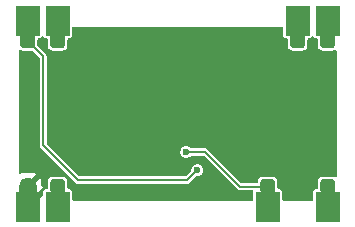
<source format=gbl>
G04 #@! TF.GenerationSoftware,KiCad,Pcbnew,9.0.1+1*
G04 #@! TF.CreationDate,2025-11-11T14:39:40+00:00*
G04 #@! TF.ProjectId,high-efficiency_dc-dc_converter,68696768-2d65-4666-9669-6369656e6379,rev?*
G04 #@! TF.SameCoordinates,Original*
G04 #@! TF.FileFunction,Copper,L2,Bot*
G04 #@! TF.FilePolarity,Positive*
%FSLAX46Y46*%
G04 Gerber Fmt 4.6, Leading zero omitted, Abs format (unit mm)*
G04 Created by KiCad (PCBNEW 9.0.1+1) date 2025-11-11 14:39:40*
%MOMM*%
%LPD*%
G01*
G04 APERTURE LIST*
G04 #@! TA.AperFunction,CastellatedPad*
%ADD10R,2.000000X2.540000*%
G04 #@! TD*
G04 #@! TA.AperFunction,ViaPad*
%ADD11C,0.600000*%
G04 #@! TD*
G04 #@! TA.AperFunction,Conductor*
%ADD12C,1.500000*%
G04 #@! TD*
G04 #@! TA.AperFunction,Conductor*
%ADD13C,0.200000*%
G04 #@! TD*
G04 APERTURE END LIST*
D10*
X76200000Y-48655000D03*
G04 #@! TA.AperFunction,ComponentPad*
G36*
G01*
X75825000Y-46330000D02*
X76575000Y-46330000D01*
G75*
G02*
X76825000Y-46580000I0J-250000D01*
G01*
X76825000Y-47330000D01*
G75*
G02*
X76575000Y-47580000I-250000J0D01*
G01*
X75825000Y-47580000D01*
G75*
G02*
X75575000Y-47330000I0J250000D01*
G01*
X75575000Y-46580000D01*
G75*
G02*
X75825000Y-46330000I250000J0D01*
G01*
G37*
G04 #@! TD.AperFunction*
X71120000Y-48655000D03*
G04 #@! TA.AperFunction,ComponentPad*
G36*
G01*
X70745000Y-46330000D02*
X71495000Y-46330000D01*
G75*
G02*
X71745000Y-46580000I0J-250000D01*
G01*
X71745000Y-47330000D01*
G75*
G02*
X71495000Y-47580000I-250000J0D01*
G01*
X70745000Y-47580000D01*
G75*
G02*
X70495000Y-47330000I0J250000D01*
G01*
X70495000Y-46580000D01*
G75*
G02*
X70745000Y-46330000I250000J0D01*
G01*
G37*
G04 #@! TD.AperFunction*
X53340000Y-48655000D03*
G04 #@! TA.AperFunction,ComponentPad*
G36*
G01*
X52965000Y-46330000D02*
X53715000Y-46330000D01*
G75*
G02*
X53965000Y-46580000I0J-250000D01*
G01*
X53965000Y-47330000D01*
G75*
G02*
X53715000Y-47580000I-250000J0D01*
G01*
X52965000Y-47580000D01*
G75*
G02*
X52715000Y-47330000I0J250000D01*
G01*
X52715000Y-46580000D01*
G75*
G02*
X52965000Y-46330000I250000J0D01*
G01*
G37*
G04 #@! TD.AperFunction*
X50800000Y-48655000D03*
G04 #@! TA.AperFunction,ComponentPad*
G36*
G01*
X50425000Y-46330000D02*
X51175000Y-46330000D01*
G75*
G02*
X51425000Y-46580000I0J-250000D01*
G01*
X51425000Y-47330000D01*
G75*
G02*
X51175000Y-47580000I-250000J0D01*
G01*
X50425000Y-47580000D01*
G75*
G02*
X50175000Y-47330000I0J250000D01*
G01*
X50175000Y-46580000D01*
G75*
G02*
X50425000Y-46330000I250000J0D01*
G01*
G37*
G04 #@! TD.AperFunction*
G04 #@! TA.AperFunction,ComponentPad*
G36*
G01*
X75825000Y-33990000D02*
X76575000Y-33990000D01*
G75*
G02*
X76825000Y-34240000I0J-250000D01*
G01*
X76825000Y-34990000D01*
G75*
G02*
X76575000Y-35240000I-250000J0D01*
G01*
X75825000Y-35240000D01*
G75*
G02*
X75575000Y-34990000I0J250000D01*
G01*
X75575000Y-34240000D01*
G75*
G02*
X75825000Y-33990000I250000J0D01*
G01*
G37*
G04 #@! TD.AperFunction*
X76200000Y-32915000D03*
G04 #@! TA.AperFunction,ComponentPad*
G36*
G01*
X73285000Y-33990000D02*
X74035000Y-33990000D01*
G75*
G02*
X74285000Y-34240000I0J-250000D01*
G01*
X74285000Y-34990000D01*
G75*
G02*
X74035000Y-35240000I-250000J0D01*
G01*
X73285000Y-35240000D01*
G75*
G02*
X73035000Y-34990000I0J250000D01*
G01*
X73035000Y-34240000D01*
G75*
G02*
X73285000Y-33990000I250000J0D01*
G01*
G37*
G04 #@! TD.AperFunction*
X73660000Y-32915000D03*
G04 #@! TA.AperFunction,ComponentPad*
G36*
G01*
X52965000Y-33990000D02*
X53715000Y-33990000D01*
G75*
G02*
X53965000Y-34240000I0J-250000D01*
G01*
X53965000Y-34990000D01*
G75*
G02*
X53715000Y-35240000I-250000J0D01*
G01*
X52965000Y-35240000D01*
G75*
G02*
X52715000Y-34990000I0J250000D01*
G01*
X52715000Y-34240000D01*
G75*
G02*
X52965000Y-33990000I250000J0D01*
G01*
G37*
G04 #@! TD.AperFunction*
X53340000Y-32915000D03*
G04 #@! TA.AperFunction,ComponentPad*
G36*
G01*
X50425000Y-33990000D02*
X51175000Y-33990000D01*
G75*
G02*
X51425000Y-34240000I0J-250000D01*
G01*
X51425000Y-34990000D01*
G75*
G02*
X51175000Y-35240000I-250000J0D01*
G01*
X50425000Y-35240000D01*
G75*
G02*
X50175000Y-34990000I0J250000D01*
G01*
X50175000Y-34240000D01*
G75*
G02*
X50425000Y-33990000I250000J0D01*
G01*
G37*
G04 #@! TD.AperFunction*
X50800000Y-32915000D03*
D11*
X69580000Y-46200000D03*
X57430000Y-42865000D03*
X65390000Y-40410000D03*
X61595000Y-39370000D03*
X72450000Y-46560000D03*
X76350000Y-45530000D03*
X55080000Y-47020000D03*
X61595000Y-40640000D03*
X62230000Y-40005000D03*
X62865000Y-39370000D03*
X65080000Y-39550000D03*
X54250000Y-36010000D03*
X66040000Y-38100000D03*
X60890000Y-44540000D03*
X68690000Y-42190000D03*
X54480000Y-41130000D03*
X64130000Y-35120000D03*
X73025000Y-39370000D03*
X71810000Y-34550000D03*
X66070000Y-42250000D03*
X55680000Y-42840000D03*
X62865000Y-40640000D03*
X74900000Y-35860000D03*
X57270000Y-36330000D03*
X73660000Y-42545000D03*
X63290000Y-43540000D03*
X69850000Y-36195000D03*
X59330000Y-40040000D03*
X72200000Y-35360000D03*
X65150000Y-45570000D03*
X64220000Y-44030000D03*
D12*
X50800000Y-47762233D02*
X50800000Y-46990000D01*
D13*
X54620000Y-45970000D02*
X54620000Y-45960000D01*
X65150000Y-45570000D02*
X64320000Y-46400000D01*
X52105000Y-35920000D02*
X50800000Y-34615000D01*
X55050000Y-46400000D02*
X54620000Y-45970000D01*
X64320000Y-46400000D02*
X55050000Y-46400000D01*
X54620000Y-45960000D02*
X52105000Y-43445000D01*
X52105000Y-43445000D02*
X52105000Y-35920000D01*
X64220000Y-44030000D02*
X65830000Y-44030000D01*
X68755000Y-46955000D02*
X71120000Y-46955000D01*
X65830000Y-44030000D02*
X68755000Y-46955000D01*
G04 #@! TA.AperFunction,Conductor*
G36*
X72402539Y-33435185D02*
G01*
X72448294Y-33487989D01*
X72459500Y-33539500D01*
X72459500Y-34204752D01*
X72471131Y-34263229D01*
X72471132Y-34263230D01*
X72515447Y-34329552D01*
X72581769Y-34373867D01*
X72581770Y-34373868D01*
X72640247Y-34385499D01*
X72640250Y-34385500D01*
X72640252Y-34385500D01*
X72710500Y-34385500D01*
X72777539Y-34405185D01*
X72823294Y-34457989D01*
X72834500Y-34509500D01*
X72834500Y-35044269D01*
X72837353Y-35074699D01*
X72837353Y-35074701D01*
X72882206Y-35202880D01*
X72882207Y-35202882D01*
X72962850Y-35312150D01*
X73072118Y-35392793D01*
X73105123Y-35404342D01*
X73200299Y-35437646D01*
X73230730Y-35440500D01*
X73230734Y-35440500D01*
X74089270Y-35440500D01*
X74119699Y-35437646D01*
X74119701Y-35437646D01*
X74183790Y-35415219D01*
X74247882Y-35392793D01*
X74357150Y-35312150D01*
X74437793Y-35202882D01*
X74460219Y-35138790D01*
X74482646Y-35074701D01*
X74482646Y-35074699D01*
X74485500Y-35044269D01*
X74485500Y-34509500D01*
X74505185Y-34442461D01*
X74557989Y-34396706D01*
X74609500Y-34385500D01*
X74679750Y-34385500D01*
X74679751Y-34385499D01*
X74694568Y-34382552D01*
X74738229Y-34373868D01*
X74738229Y-34373867D01*
X74738231Y-34373867D01*
X74804552Y-34329552D01*
X74826898Y-34296108D01*
X74880510Y-34251304D01*
X74949834Y-34242597D01*
X75012862Y-34272751D01*
X75033100Y-34296106D01*
X75055448Y-34329552D01*
X75121769Y-34373867D01*
X75121770Y-34373868D01*
X75180247Y-34385499D01*
X75180250Y-34385500D01*
X75180252Y-34385500D01*
X75250500Y-34385500D01*
X75317539Y-34405185D01*
X75363294Y-34457989D01*
X75374500Y-34509500D01*
X75374500Y-35044269D01*
X75377353Y-35074699D01*
X75377353Y-35074701D01*
X75422206Y-35202880D01*
X75422207Y-35202882D01*
X75502850Y-35312150D01*
X75612118Y-35392793D01*
X75645123Y-35404342D01*
X75740299Y-35437646D01*
X75770730Y-35440500D01*
X75770734Y-35440500D01*
X76629270Y-35440500D01*
X76659699Y-35437646D01*
X76659701Y-35437646D01*
X76759970Y-35402559D01*
X76787882Y-35392793D01*
X76787882Y-35392792D01*
X76796652Y-35389724D01*
X76797106Y-35391022D01*
X76856022Y-35379040D01*
X76921149Y-35404342D01*
X76962259Y-35460839D01*
X76969500Y-35502593D01*
X76969500Y-46067406D01*
X76949815Y-46134445D01*
X76897011Y-46180200D01*
X76827853Y-46190144D01*
X76796740Y-46180024D01*
X76796652Y-46180276D01*
X76659700Y-46132353D01*
X76629270Y-46129500D01*
X76629266Y-46129500D01*
X75770734Y-46129500D01*
X75770730Y-46129500D01*
X75740300Y-46132353D01*
X75740298Y-46132353D01*
X75612119Y-46177206D01*
X75612117Y-46177207D01*
X75502850Y-46257850D01*
X75422207Y-46367117D01*
X75422206Y-46367119D01*
X75377353Y-46495298D01*
X75377353Y-46495300D01*
X75374500Y-46525730D01*
X75374500Y-47060500D01*
X75354815Y-47127539D01*
X75302011Y-47173294D01*
X75250500Y-47184500D01*
X75180247Y-47184500D01*
X75121770Y-47196131D01*
X75121769Y-47196132D01*
X75055447Y-47240447D01*
X75011132Y-47306769D01*
X75011131Y-47306770D01*
X74999500Y-47365247D01*
X74999500Y-48030500D01*
X74979815Y-48097539D01*
X74927011Y-48143294D01*
X74875500Y-48154500D01*
X72444500Y-48154500D01*
X72377461Y-48134815D01*
X72331706Y-48082011D01*
X72320500Y-48030500D01*
X72320500Y-47365249D01*
X72320499Y-47365247D01*
X72308868Y-47306770D01*
X72308867Y-47306769D01*
X72264552Y-47240447D01*
X72198230Y-47196132D01*
X72198229Y-47196131D01*
X72139752Y-47184500D01*
X72139748Y-47184500D01*
X72069500Y-47184500D01*
X72002461Y-47164815D01*
X71956706Y-47112011D01*
X71945500Y-47060500D01*
X71945500Y-46525730D01*
X71942646Y-46495300D01*
X71942646Y-46495298D01*
X71897793Y-46367119D01*
X71897792Y-46367117D01*
X71817150Y-46257850D01*
X71707882Y-46177207D01*
X71707880Y-46177206D01*
X71579700Y-46132353D01*
X71549270Y-46129500D01*
X71549266Y-46129500D01*
X70690734Y-46129500D01*
X70690730Y-46129500D01*
X70660300Y-46132353D01*
X70660298Y-46132353D01*
X70532119Y-46177206D01*
X70532117Y-46177207D01*
X70422850Y-46257850D01*
X70342207Y-46367117D01*
X70342206Y-46367119D01*
X70297353Y-46495298D01*
X70297353Y-46495300D01*
X70294500Y-46525730D01*
X70294500Y-46530500D01*
X70274815Y-46597539D01*
X70222011Y-46643294D01*
X70170500Y-46654500D01*
X68930833Y-46654500D01*
X68863794Y-46634815D01*
X68843152Y-46618181D01*
X66014512Y-43789541D01*
X66014507Y-43789537D01*
X66005065Y-43784086D01*
X66005064Y-43784086D01*
X65945991Y-43749980D01*
X65945990Y-43749979D01*
X65920513Y-43743152D01*
X65869562Y-43729500D01*
X65869560Y-43729500D01*
X64678676Y-43729500D01*
X64611637Y-43709815D01*
X64590995Y-43693181D01*
X64527316Y-43629502D01*
X64527314Y-43629500D01*
X64470250Y-43596554D01*
X64413187Y-43563608D01*
X64349539Y-43546554D01*
X64285892Y-43529500D01*
X64154108Y-43529500D01*
X64026812Y-43563608D01*
X63912686Y-43629500D01*
X63912683Y-43629502D01*
X63819502Y-43722683D01*
X63819500Y-43722686D01*
X63753608Y-43836812D01*
X63719500Y-43964108D01*
X63719500Y-44095891D01*
X63753608Y-44223187D01*
X63786554Y-44280250D01*
X63819500Y-44337314D01*
X63912686Y-44430500D01*
X64026814Y-44496392D01*
X64154108Y-44530500D01*
X64154110Y-44530500D01*
X64285890Y-44530500D01*
X64285892Y-44530500D01*
X64413186Y-44496392D01*
X64527314Y-44430500D01*
X64590995Y-44366819D01*
X64652318Y-44333334D01*
X64678676Y-44330500D01*
X65654167Y-44330500D01*
X65721206Y-44350185D01*
X65741848Y-44366819D01*
X68570489Y-47195460D01*
X68629829Y-47229720D01*
X68634302Y-47232303D01*
X68639012Y-47235022D01*
X68715438Y-47255500D01*
X69795500Y-47255500D01*
X69862539Y-47275185D01*
X69908294Y-47327989D01*
X69919500Y-47379500D01*
X69919500Y-48030500D01*
X69899815Y-48097539D01*
X69847011Y-48143294D01*
X69795500Y-48154500D01*
X54664500Y-48154500D01*
X54597461Y-48134815D01*
X54551706Y-48082011D01*
X54540500Y-48030500D01*
X54540500Y-47365249D01*
X54540499Y-47365247D01*
X54528868Y-47306770D01*
X54528867Y-47306769D01*
X54484552Y-47240447D01*
X54418230Y-47196132D01*
X54418229Y-47196131D01*
X54359752Y-47184500D01*
X54359748Y-47184500D01*
X54289500Y-47184500D01*
X54222461Y-47164815D01*
X54176706Y-47112011D01*
X54165500Y-47060500D01*
X54165500Y-46525730D01*
X54162646Y-46495300D01*
X54162646Y-46495298D01*
X54117793Y-46367119D01*
X54117792Y-46367117D01*
X54037150Y-46257850D01*
X53927882Y-46177207D01*
X53927880Y-46177206D01*
X53799700Y-46132353D01*
X53769270Y-46129500D01*
X53769266Y-46129500D01*
X52910734Y-46129500D01*
X52910730Y-46129500D01*
X52880300Y-46132353D01*
X52880298Y-46132353D01*
X52752119Y-46177206D01*
X52752117Y-46177207D01*
X52642850Y-46257850D01*
X52562207Y-46367117D01*
X52562206Y-46367119D01*
X52517353Y-46495298D01*
X52517353Y-46495300D01*
X52514500Y-46525730D01*
X52514500Y-47060500D01*
X52494815Y-47127539D01*
X52442011Y-47173294D01*
X52417831Y-47181450D01*
X52404334Y-47184500D01*
X52320252Y-47184500D01*
X52261769Y-47196133D01*
X52215226Y-47227232D01*
X52192787Y-47232303D01*
X52183488Y-47231713D01*
X52175185Y-47269883D01*
X52169456Y-47279346D01*
X52151132Y-47306770D01*
X52151131Y-47306770D01*
X52139500Y-47365247D01*
X52139500Y-47617690D01*
X52119815Y-47684729D01*
X52103181Y-47705371D01*
X51690371Y-48118181D01*
X51629048Y-48151666D01*
X51602690Y-48154500D01*
X51508034Y-48154500D01*
X51464641Y-48049742D01*
X51382563Y-47926903D01*
X51278553Y-47822893D01*
X51978672Y-47122775D01*
X52039995Y-47089290D01*
X52045139Y-47089657D01*
X52051496Y-47075052D01*
X52056150Y-47052803D01*
X52065173Y-47043633D01*
X52070309Y-47031835D01*
X52077775Y-47023671D01*
X52109405Y-46992040D01*
X52042088Y-46941647D01*
X52005664Y-46928061D01*
X51949731Y-46886190D01*
X51925315Y-46820725D01*
X51924999Y-46811880D01*
X51924999Y-46530028D01*
X51924998Y-46530013D01*
X51914505Y-46427302D01*
X51859357Y-46260875D01*
X51854900Y-46253650D01*
X51175000Y-46933550D01*
X51175000Y-46905630D01*
X51149444Y-46810255D01*
X51100075Y-46724745D01*
X51030255Y-46654925D01*
X50944745Y-46605556D01*
X50849370Y-46580000D01*
X50821446Y-46580000D01*
X51501347Y-45900099D01*
X51494124Y-45895643D01*
X51494119Y-45895641D01*
X51327697Y-45840494D01*
X51327690Y-45840493D01*
X51224980Y-45830000D01*
X50375028Y-45830000D01*
X50375012Y-45830001D01*
X50272301Y-45840494D01*
X50193503Y-45866605D01*
X50123675Y-45869007D01*
X50063633Y-45833275D01*
X50032441Y-45770754D01*
X50030500Y-45748899D01*
X50030500Y-35502593D01*
X50050185Y-35435554D01*
X50102989Y-35389799D01*
X50172147Y-35379855D01*
X50203259Y-35389976D01*
X50203348Y-35389724D01*
X50212117Y-35392792D01*
X50212118Y-35392793D01*
X50240029Y-35402559D01*
X50340299Y-35437646D01*
X50370730Y-35440500D01*
X50370734Y-35440500D01*
X51149167Y-35440500D01*
X51216206Y-35460185D01*
X51236848Y-35476819D01*
X51768181Y-36008152D01*
X51801666Y-36069475D01*
X51804500Y-36095833D01*
X51804500Y-43484562D01*
X51814739Y-43522775D01*
X51824979Y-43560991D01*
X51824980Y-43560992D01*
X51863775Y-43628186D01*
X51864456Y-43629399D01*
X51864538Y-43629509D01*
X54354335Y-46119306D01*
X54374041Y-46144987D01*
X54379537Y-46154507D01*
X54379539Y-46154510D01*
X54379540Y-46154511D01*
X54809540Y-46584511D01*
X54865489Y-46640460D01*
X54865491Y-46640461D01*
X54865495Y-46640464D01*
X54890543Y-46654925D01*
X54934011Y-46680021D01*
X55010438Y-46700500D01*
X55010440Y-46700500D01*
X64359560Y-46700500D01*
X64359562Y-46700500D01*
X64435989Y-46680021D01*
X64504511Y-46640460D01*
X64560460Y-46584511D01*
X65038151Y-46106818D01*
X65099474Y-46073334D01*
X65125832Y-46070500D01*
X65215890Y-46070500D01*
X65215892Y-46070500D01*
X65343186Y-46036392D01*
X65457314Y-45970500D01*
X65550500Y-45877314D01*
X65616392Y-45763186D01*
X65650500Y-45635892D01*
X65650500Y-45504108D01*
X65616392Y-45376814D01*
X65550500Y-45262686D01*
X65457314Y-45169500D01*
X65400250Y-45136554D01*
X65343187Y-45103608D01*
X65279539Y-45086554D01*
X65215892Y-45069500D01*
X65084108Y-45069500D01*
X64956812Y-45103608D01*
X64842686Y-45169500D01*
X64842683Y-45169502D01*
X64749502Y-45262683D01*
X64749500Y-45262686D01*
X64683608Y-45376812D01*
X64649500Y-45504108D01*
X64649500Y-45594166D01*
X64629815Y-45661205D01*
X64613181Y-45681847D01*
X64231848Y-46063181D01*
X64170525Y-46096666D01*
X64144167Y-46099500D01*
X55225833Y-46099500D01*
X55158794Y-46079815D01*
X55138152Y-46063181D01*
X54885664Y-45810693D01*
X54865959Y-45785014D01*
X54860460Y-45775489D01*
X54804511Y-45719540D01*
X52441819Y-43356848D01*
X52408334Y-43295525D01*
X52405500Y-43269167D01*
X52405500Y-35880440D01*
X52405500Y-35880438D01*
X52385022Y-35804012D01*
X52345460Y-35735489D01*
X51661819Y-35051848D01*
X51628334Y-34990525D01*
X51625500Y-34964167D01*
X51625500Y-34509500D01*
X51645185Y-34442461D01*
X51697989Y-34396706D01*
X51749500Y-34385500D01*
X51819750Y-34385500D01*
X51819751Y-34385499D01*
X51834568Y-34382552D01*
X51878229Y-34373868D01*
X51878229Y-34373867D01*
X51878231Y-34373867D01*
X51944552Y-34329552D01*
X51966898Y-34296108D01*
X52020510Y-34251304D01*
X52089834Y-34242597D01*
X52152862Y-34272751D01*
X52173100Y-34296106D01*
X52195448Y-34329552D01*
X52261769Y-34373867D01*
X52261770Y-34373868D01*
X52320247Y-34385499D01*
X52320250Y-34385500D01*
X52320252Y-34385500D01*
X52390500Y-34385500D01*
X52457539Y-34405185D01*
X52503294Y-34457989D01*
X52514500Y-34509500D01*
X52514500Y-35044269D01*
X52517353Y-35074699D01*
X52517353Y-35074701D01*
X52562206Y-35202880D01*
X52562207Y-35202882D01*
X52642850Y-35312150D01*
X52752118Y-35392793D01*
X52785123Y-35404342D01*
X52880299Y-35437646D01*
X52910730Y-35440500D01*
X52910734Y-35440500D01*
X53769270Y-35440500D01*
X53799699Y-35437646D01*
X53799701Y-35437646D01*
X53863790Y-35415219D01*
X53927882Y-35392793D01*
X54037150Y-35312150D01*
X54117793Y-35202882D01*
X54140219Y-35138790D01*
X54162646Y-35074701D01*
X54162646Y-35074699D01*
X54165500Y-35044269D01*
X54165500Y-34509500D01*
X54185185Y-34442461D01*
X54237989Y-34396706D01*
X54289500Y-34385500D01*
X54359750Y-34385500D01*
X54359751Y-34385499D01*
X54374568Y-34382552D01*
X54418229Y-34373868D01*
X54418229Y-34373867D01*
X54418231Y-34373867D01*
X54484552Y-34329552D01*
X54528867Y-34263231D01*
X54528867Y-34263229D01*
X54528868Y-34263229D01*
X54540499Y-34204752D01*
X54540500Y-34204750D01*
X54540500Y-33539500D01*
X54560185Y-33472461D01*
X54612989Y-33426706D01*
X54664500Y-33415500D01*
X72335500Y-33415500D01*
X72402539Y-33435185D01*
G37*
G04 #@! TD.AperFunction*
M02*

</source>
